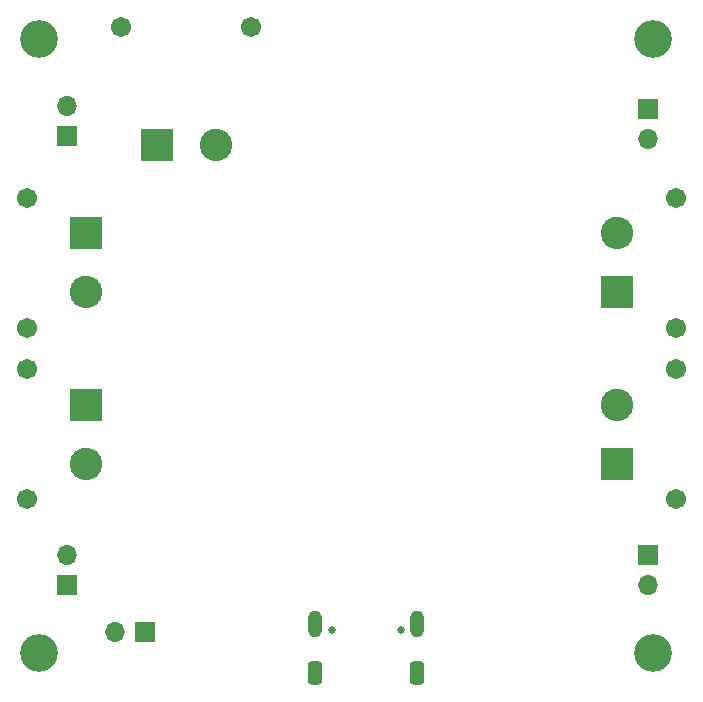
<source format=gbr>
%TF.GenerationSoftware,KiCad,Pcbnew,8.0.0*%
%TF.CreationDate,2024-09-30T11:26:13-07:00*%
%TF.ProjectId,BattleBot,42617474-6c65-4426-9f74-2e6b69636164,rev?*%
%TF.SameCoordinates,Original*%
%TF.FileFunction,Soldermask,Bot*%
%TF.FilePolarity,Negative*%
%FSLAX46Y46*%
G04 Gerber Fmt 4.6, Leading zero omitted, Abs format (unit mm)*
G04 Created by KiCad (PCBNEW 8.0.0) date 2024-09-30 11:26:13*
%MOMM*%
%LPD*%
G01*
G04 APERTURE LIST*
G04 Aperture macros list*
%AMRoundRect*
0 Rectangle with rounded corners*
0 $1 Rounding radius*
0 $2 $3 $4 $5 $6 $7 $8 $9 X,Y pos of 4 corners*
0 Add a 4 corners polygon primitive as box body*
4,1,4,$2,$3,$4,$5,$6,$7,$8,$9,$2,$3,0*
0 Add four circle primitives for the rounded corners*
1,1,$1+$1,$2,$3*
1,1,$1+$1,$4,$5*
1,1,$1+$1,$6,$7*
1,1,$1+$1,$8,$9*
0 Add four rect primitives between the rounded corners*
20,1,$1+$1,$2,$3,$4,$5,0*
20,1,$1+$1,$4,$5,$6,$7,0*
20,1,$1+$1,$6,$7,$8,$9,0*
20,1,$1+$1,$8,$9,$2,$3,0*%
G04 Aperture macros list end*
%ADD10R,1.700000X1.700000*%
%ADD11O,1.700000X1.700000*%
%ADD12C,2.754000*%
%ADD13RoundRect,0.102000X-1.275000X1.275000X-1.275000X-1.275000X1.275000X-1.275000X1.275000X1.275000X0*%
%ADD14C,1.712000*%
%ADD15C,3.200000*%
%ADD16RoundRect,0.102000X-1.275000X-1.275000X1.275000X-1.275000X1.275000X1.275000X-1.275000X1.275000X0*%
%ADD17RoundRect,0.102000X1.275000X-1.275000X1.275000X1.275000X-1.275000X1.275000X-1.275000X-1.275000X0*%
%ADD18C,0.650000*%
%ADD19O,1.204000X2.304000*%
%ADD20RoundRect,0.301000X-0.301000X-0.701000X0.301000X-0.701000X0.301000X0.701000X-0.301000X0.701000X0*%
G04 APERTURE END LIST*
D10*
%TO.C,J7*%
X242625000Y-106725000D03*
D11*
X242625000Y-109265000D03*
%TD*%
D12*
%TO.C,J5*%
X240000000Y-79500000D03*
D13*
X240000000Y-84500000D03*
D14*
X245000000Y-87500000D03*
X245000000Y-76500000D03*
%TD*%
D10*
%TO.C,J2*%
X242625000Y-69000000D03*
D11*
X242625000Y-71540000D03*
%TD*%
D15*
%TO.C,H3*%
X243000000Y-63000000D03*
%TD*%
%TO.C,H2*%
X191000000Y-115000000D03*
%TD*%
D10*
%TO.C,J8*%
X193375000Y-71275000D03*
D11*
X193375000Y-68735000D03*
%TD*%
D10*
%TO.C,J9*%
X193375000Y-109275000D03*
D11*
X193375000Y-106735000D03*
%TD*%
D12*
%TO.C,J3*%
X206000000Y-72000000D03*
D16*
X201000000Y-72000000D03*
D14*
X209000000Y-62000000D03*
X198000000Y-62000000D03*
%TD*%
D15*
%TO.C,H4*%
X191000000Y-63000000D03*
%TD*%
D12*
%TO.C,J4*%
X195000000Y-99000000D03*
D17*
X195000000Y-94000000D03*
D14*
X190000000Y-91000000D03*
X190000000Y-102000000D03*
%TD*%
D15*
%TO.C,H1*%
X243000000Y-115000000D03*
%TD*%
D12*
%TO.C,J6*%
X240000000Y-94000000D03*
D13*
X240000000Y-99000000D03*
D14*
X245000000Y-102000000D03*
X245000000Y-91000000D03*
%TD*%
D12*
%TO.C,J1*%
X195000000Y-84500000D03*
D17*
X195000000Y-79500000D03*
D14*
X190000000Y-76500000D03*
X190000000Y-87500000D03*
%TD*%
D10*
%TO.C,J10*%
X200040000Y-113250000D03*
D11*
X197500000Y-113250000D03*
%TD*%
D18*
%TO.C,J11*%
X215860000Y-113075000D03*
X221640000Y-113075000D03*
D19*
X214430000Y-112575000D03*
X223070000Y-112575000D03*
D20*
X214430000Y-116755000D03*
X223070000Y-116755000D03*
%TD*%
M02*

</source>
